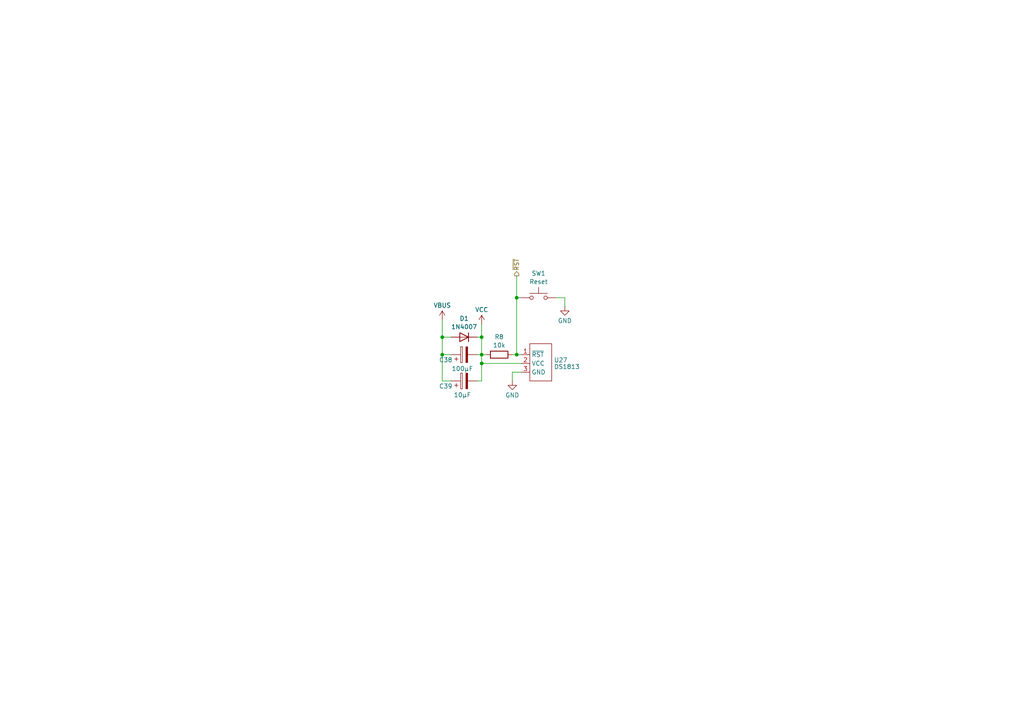
<source format=kicad_sch>
(kicad_sch
	(version 20231120)
	(generator "eeschema")
	(generator_version "8.0")
	(uuid "07ac2621-b141-4284-8c2f-efdbae4683df")
	(paper "A4")
	(lib_symbols
		(symbol "DS1813_1"
			(exclude_from_sim no)
			(in_bom yes)
			(on_board yes)
			(property "Reference" "U"
				(at 3.175 -9.525 0)
				(effects
					(font
						(size 1.27 1.27)
					)
				)
			)
			(property "Value" "DS1813"
				(at 5.715 -9.525 0)
				(effects
					(font
						(size 1.27 1.27)
					)
				)
			)
			(property "Footprint" "Package_TO_SOT_THT:TO-92_Inline"
				(at 5.715 -9.525 0)
				(effects
					(font
						(size 1.27 1.27)
					)
					(hide yes)
				)
			)
			(property "Datasheet" ""
				(at 5.715 -9.525 0)
				(effects
					(font
						(size 1.27 1.27)
					)
					(hide yes)
				)
			)
			(property "Description" ""
				(at 0 0 0)
				(effects
					(font
						(size 1.27 1.27)
					)
					(hide yes)
				)
			)
			(symbol "DS1813_1_0_1"
				(polyline
					(pts
						(xy 2.54 -7.62) (xy 2.54 3.175) (xy 8.89 3.175) (xy 8.89 -7.62) (xy 2.54 -7.62)
					)
					(stroke
						(width 0)
						(type default)
					)
					(fill
						(type none)
					)
				)
			)
			(symbol "DS1813_1_1_1"
				(pin output line
					(at 0 0 0)
					(length 2.54)
					(name "~{RST}"
						(effects
							(font
								(size 1.27 1.27)
							)
						)
					)
					(number "1"
						(effects
							(font
								(size 1.27 1.27)
							)
						)
					)
				)
				(pin power_in line
					(at 0 -2.54 0)
					(length 2.54)
					(name "VCC"
						(effects
							(font
								(size 1.27 1.27)
							)
						)
					)
					(number "2"
						(effects
							(font
								(size 1.27 1.27)
							)
						)
					)
				)
				(pin power_in line
					(at 0 -5.08 0)
					(length 2.54)
					(name "GND"
						(effects
							(font
								(size 1.27 1.27)
							)
						)
					)
					(number "3"
						(effects
							(font
								(size 1.27 1.27)
							)
						)
					)
				)
			)
		)
		(symbol "Device:C_Polarized"
			(pin_numbers hide)
			(pin_names
				(offset 0.254)
			)
			(exclude_from_sim no)
			(in_bom yes)
			(on_board yes)
			(property "Reference" "C"
				(at 0.635 2.54 0)
				(effects
					(font
						(size 1.27 1.27)
					)
					(justify left)
				)
			)
			(property "Value" "C_Polarized"
				(at 0.635 -2.54 0)
				(effects
					(font
						(size 1.27 1.27)
					)
					(justify left)
				)
			)
			(property "Footprint" ""
				(at 0.9652 -3.81 0)
				(effects
					(font
						(size 1.27 1.27)
					)
					(hide yes)
				)
			)
			(property "Datasheet" "~"
				(at 0 0 0)
				(effects
					(font
						(size 1.27 1.27)
					)
					(hide yes)
				)
			)
			(property "Description" "Polarized capacitor"
				(at 0 0 0)
				(effects
					(font
						(size 1.27 1.27)
					)
					(hide yes)
				)
			)
			(property "ki_keywords" "cap capacitor"
				(at 0 0 0)
				(effects
					(font
						(size 1.27 1.27)
					)
					(hide yes)
				)
			)
			(property "ki_fp_filters" "CP_*"
				(at 0 0 0)
				(effects
					(font
						(size 1.27 1.27)
					)
					(hide yes)
				)
			)
			(symbol "C_Polarized_0_1"
				(rectangle
					(start -2.286 0.508)
					(end 2.286 1.016)
					(stroke
						(width 0)
						(type default)
					)
					(fill
						(type none)
					)
				)
				(polyline
					(pts
						(xy -1.778 2.286) (xy -0.762 2.286)
					)
					(stroke
						(width 0)
						(type default)
					)
					(fill
						(type none)
					)
				)
				(polyline
					(pts
						(xy -1.27 2.794) (xy -1.27 1.778)
					)
					(stroke
						(width 0)
						(type default)
					)
					(fill
						(type none)
					)
				)
				(rectangle
					(start 2.286 -0.508)
					(end -2.286 -1.016)
					(stroke
						(width 0)
						(type default)
					)
					(fill
						(type outline)
					)
				)
			)
			(symbol "C_Polarized_1_1"
				(pin passive line
					(at 0 3.81 270)
					(length 2.794)
					(name "~"
						(effects
							(font
								(size 1.27 1.27)
							)
						)
					)
					(number "1"
						(effects
							(font
								(size 1.27 1.27)
							)
						)
					)
				)
				(pin passive line
					(at 0 -3.81 90)
					(length 2.794)
					(name "~"
						(effects
							(font
								(size 1.27 1.27)
							)
						)
					)
					(number "2"
						(effects
							(font
								(size 1.27 1.27)
							)
						)
					)
				)
			)
		)
		(symbol "Device:R"
			(pin_numbers hide)
			(pin_names
				(offset 0)
			)
			(exclude_from_sim no)
			(in_bom yes)
			(on_board yes)
			(property "Reference" "R"
				(at 2.032 0 90)
				(effects
					(font
						(size 1.27 1.27)
					)
				)
			)
			(property "Value" "R"
				(at 0 0 90)
				(effects
					(font
						(size 1.27 1.27)
					)
				)
			)
			(property "Footprint" ""
				(at -1.778 0 90)
				(effects
					(font
						(size 1.27 1.27)
					)
					(hide yes)
				)
			)
			(property "Datasheet" "~"
				(at 0 0 0)
				(effects
					(font
						(size 1.27 1.27)
					)
					(hide yes)
				)
			)
			(property "Description" "Resistor"
				(at 0 0 0)
				(effects
					(font
						(size 1.27 1.27)
					)
					(hide yes)
				)
			)
			(property "ki_keywords" "R res resistor"
				(at 0 0 0)
				(effects
					(font
						(size 1.27 1.27)
					)
					(hide yes)
				)
			)
			(property "ki_fp_filters" "R_*"
				(at 0 0 0)
				(effects
					(font
						(size 1.27 1.27)
					)
					(hide yes)
				)
			)
			(symbol "R_0_1"
				(rectangle
					(start -1.016 -2.54)
					(end 1.016 2.54)
					(stroke
						(width 0.254)
						(type default)
					)
					(fill
						(type none)
					)
				)
			)
			(symbol "R_1_1"
				(pin passive line
					(at 0 3.81 270)
					(length 1.27)
					(name "~"
						(effects
							(font
								(size 1.27 1.27)
							)
						)
					)
					(number "1"
						(effects
							(font
								(size 1.27 1.27)
							)
						)
					)
				)
				(pin passive line
					(at 0 -3.81 90)
					(length 1.27)
					(name "~"
						(effects
							(font
								(size 1.27 1.27)
							)
						)
					)
					(number "2"
						(effects
							(font
								(size 1.27 1.27)
							)
						)
					)
				)
			)
		)
		(symbol "Diode:1N4007"
			(pin_numbers hide)
			(pin_names hide)
			(exclude_from_sim no)
			(in_bom yes)
			(on_board yes)
			(property "Reference" "D"
				(at 0 2.54 0)
				(effects
					(font
						(size 1.27 1.27)
					)
				)
			)
			(property "Value" "1N4007"
				(at 0 -2.54 0)
				(effects
					(font
						(size 1.27 1.27)
					)
				)
			)
			(property "Footprint" "Diode_THT:D_DO-41_SOD81_P10.16mm_Horizontal"
				(at 0 -4.445 0)
				(effects
					(font
						(size 1.27 1.27)
					)
					(hide yes)
				)
			)
			(property "Datasheet" "http://www.vishay.com/docs/88503/1n4001.pdf"
				(at 0 0 0)
				(effects
					(font
						(size 1.27 1.27)
					)
					(hide yes)
				)
			)
			(property "Description" "1000V 1A General Purpose Rectifier Diode, DO-41"
				(at 0 0 0)
				(effects
					(font
						(size 1.27 1.27)
					)
					(hide yes)
				)
			)
			(property "Sim.Device" "D"
				(at 0 0 0)
				(effects
					(font
						(size 1.27 1.27)
					)
					(hide yes)
				)
			)
			(property "Sim.Pins" "1=K 2=A"
				(at 0 0 0)
				(effects
					(font
						(size 1.27 1.27)
					)
					(hide yes)
				)
			)
			(property "ki_keywords" "diode"
				(at 0 0 0)
				(effects
					(font
						(size 1.27 1.27)
					)
					(hide yes)
				)
			)
			(property "ki_fp_filters" "D*DO?41*"
				(at 0 0 0)
				(effects
					(font
						(size 1.27 1.27)
					)
					(hide yes)
				)
			)
			(symbol "1N4007_0_1"
				(polyline
					(pts
						(xy -1.27 1.27) (xy -1.27 -1.27)
					)
					(stroke
						(width 0.254)
						(type default)
					)
					(fill
						(type none)
					)
				)
				(polyline
					(pts
						(xy 1.27 0) (xy -1.27 0)
					)
					(stroke
						(width 0)
						(type default)
					)
					(fill
						(type none)
					)
				)
				(polyline
					(pts
						(xy 1.27 1.27) (xy 1.27 -1.27) (xy -1.27 0) (xy 1.27 1.27)
					)
					(stroke
						(width 0.254)
						(type default)
					)
					(fill
						(type none)
					)
				)
			)
			(symbol "1N4007_1_1"
				(pin passive line
					(at -3.81 0 0)
					(length 2.54)
					(name "K"
						(effects
							(font
								(size 1.27 1.27)
							)
						)
					)
					(number "1"
						(effects
							(font
								(size 1.27 1.27)
							)
						)
					)
				)
				(pin passive line
					(at 3.81 0 180)
					(length 2.54)
					(name "A"
						(effects
							(font
								(size 1.27 1.27)
							)
						)
					)
					(number "2"
						(effects
							(font
								(size 1.27 1.27)
							)
						)
					)
				)
			)
		)
		(symbol "Switch:SW_Push"
			(pin_numbers hide)
			(pin_names
				(offset 1.016) hide)
			(exclude_from_sim no)
			(in_bom yes)
			(on_board yes)
			(property "Reference" "SW"
				(at 1.27 2.54 0)
				(effects
					(font
						(size 1.27 1.27)
					)
					(justify left)
				)
			)
			(property "Value" "SW_Push"
				(at 0 -1.524 0)
				(effects
					(font
						(size 1.27 1.27)
					)
				)
			)
			(property "Footprint" ""
				(at 0 5.08 0)
				(effects
					(font
						(size 1.27 1.27)
					)
					(hide yes)
				)
			)
			(property "Datasheet" "~"
				(at 0 5.08 0)
				(effects
					(font
						(size 1.27 1.27)
					)
					(hide yes)
				)
			)
			(property "Description" "Push button switch, generic, two pins"
				(at 0 0 0)
				(effects
					(font
						(size 1.27 1.27)
					)
					(hide yes)
				)
			)
			(property "ki_keywords" "switch normally-open pushbutton push-button"
				(at 0 0 0)
				(effects
					(font
						(size 1.27 1.27)
					)
					(hide yes)
				)
			)
			(symbol "SW_Push_0_1"
				(circle
					(center -2.032 0)
					(radius 0.508)
					(stroke
						(width 0)
						(type default)
					)
					(fill
						(type none)
					)
				)
				(polyline
					(pts
						(xy 0 1.27) (xy 0 3.048)
					)
					(stroke
						(width 0)
						(type default)
					)
					(fill
						(type none)
					)
				)
				(polyline
					(pts
						(xy 2.54 1.27) (xy -2.54 1.27)
					)
					(stroke
						(width 0)
						(type default)
					)
					(fill
						(type none)
					)
				)
				(circle
					(center 2.032 0)
					(radius 0.508)
					(stroke
						(width 0)
						(type default)
					)
					(fill
						(type none)
					)
				)
				(pin passive line
					(at -5.08 0 0)
					(length 2.54)
					(name "1"
						(effects
							(font
								(size 1.27 1.27)
							)
						)
					)
					(number "1"
						(effects
							(font
								(size 1.27 1.27)
							)
						)
					)
				)
				(pin passive line
					(at 5.08 0 180)
					(length 2.54)
					(name "2"
						(effects
							(font
								(size 1.27 1.27)
							)
						)
					)
					(number "2"
						(effects
							(font
								(size 1.27 1.27)
							)
						)
					)
				)
			)
		)
		(symbol "power:GND"
			(power)
			(pin_numbers hide)
			(pin_names
				(offset 0) hide)
			(exclude_from_sim no)
			(in_bom yes)
			(on_board yes)
			(property "Reference" "#PWR"
				(at 0 -6.35 0)
				(effects
					(font
						(size 1.27 1.27)
					)
					(hide yes)
				)
			)
			(property "Value" "GND"
				(at 0 -3.81 0)
				(effects
					(font
						(size 1.27 1.27)
					)
				)
			)
			(property "Footprint" ""
				(at 0 0 0)
				(effects
					(font
						(size 1.27 1.27)
					)
					(hide yes)
				)
			)
			(property "Datasheet" ""
				(at 0 0 0)
				(effects
					(font
						(size 1.27 1.27)
					)
					(hide yes)
				)
			)
			(property "Description" "Power symbol creates a global label with name \"GND\" , ground"
				(at 0 0 0)
				(effects
					(font
						(size 1.27 1.27)
					)
					(hide yes)
				)
			)
			(property "ki_keywords" "global power"
				(at 0 0 0)
				(effects
					(font
						(size 1.27 1.27)
					)
					(hide yes)
				)
			)
			(symbol "GND_0_1"
				(polyline
					(pts
						(xy 0 0) (xy 0 -1.27) (xy 1.27 -1.27) (xy 0 -2.54) (xy -1.27 -1.27) (xy 0 -1.27)
					)
					(stroke
						(width 0)
						(type default)
					)
					(fill
						(type none)
					)
				)
			)
			(symbol "GND_1_1"
				(pin power_in line
					(at 0 0 270)
					(length 0)
					(name "~"
						(effects
							(font
								(size 1.27 1.27)
							)
						)
					)
					(number "1"
						(effects
							(font
								(size 1.27 1.27)
							)
						)
					)
				)
			)
		)
		(symbol "power:VBUS"
			(power)
			(pin_numbers hide)
			(pin_names
				(offset 0) hide)
			(exclude_from_sim no)
			(in_bom yes)
			(on_board yes)
			(property "Reference" "#PWR"
				(at 0 -3.81 0)
				(effects
					(font
						(size 1.27 1.27)
					)
					(hide yes)
				)
			)
			(property "Value" "VBUS"
				(at 0 3.556 0)
				(effects
					(font
						(size 1.27 1.27)
					)
				)
			)
			(property "Footprint" ""
				(at 0 0 0)
				(effects
					(font
						(size 1.27 1.27)
					)
					(hide yes)
				)
			)
			(property "Datasheet" ""
				(at 0 0 0)
				(effects
					(font
						(size 1.27 1.27)
					)
					(hide yes)
				)
			)
			(property "Description" "Power symbol creates a global label with name \"VBUS\""
				(at 0 0 0)
				(effects
					(font
						(size 1.27 1.27)
					)
					(hide yes)
				)
			)
			(property "ki_keywords" "global power"
				(at 0 0 0)
				(effects
					(font
						(size 1.27 1.27)
					)
					(hide yes)
				)
			)
			(symbol "VBUS_0_1"
				(polyline
					(pts
						(xy -0.762 1.27) (xy 0 2.54)
					)
					(stroke
						(width 0)
						(type default)
					)
					(fill
						(type none)
					)
				)
				(polyline
					(pts
						(xy 0 0) (xy 0 2.54)
					)
					(stroke
						(width 0)
						(type default)
					)
					(fill
						(type none)
					)
				)
				(polyline
					(pts
						(xy 0 2.54) (xy 0.762 1.27)
					)
					(stroke
						(width 0)
						(type default)
					)
					(fill
						(type none)
					)
				)
			)
			(symbol "VBUS_1_1"
				(pin power_in line
					(at 0 0 90)
					(length 0)
					(name "~"
						(effects
							(font
								(size 1.27 1.27)
							)
						)
					)
					(number "1"
						(effects
							(font
								(size 1.27 1.27)
							)
						)
					)
				)
			)
		)
		(symbol "power:VCC"
			(power)
			(pin_numbers hide)
			(pin_names
				(offset 0) hide)
			(exclude_from_sim no)
			(in_bom yes)
			(on_board yes)
			(property "Reference" "#PWR"
				(at 0 -3.81 0)
				(effects
					(font
						(size 1.27 1.27)
					)
					(hide yes)
				)
			)
			(property "Value" "VCC"
				(at 0 3.556 0)
				(effects
					(font
						(size 1.27 1.27)
					)
				)
			)
			(property "Footprint" ""
				(at 0 0 0)
				(effects
					(font
						(size 1.27 1.27)
					)
					(hide yes)
				)
			)
			(property "Datasheet" ""
				(at 0 0 0)
				(effects
					(font
						(size 1.27 1.27)
					)
					(hide yes)
				)
			)
			(property "Description" "Power symbol creates a global label with name \"VCC\""
				(at 0 0 0)
				(effects
					(font
						(size 1.27 1.27)
					)
					(hide yes)
				)
			)
			(property "ki_keywords" "global power"
				(at 0 0 0)
				(effects
					(font
						(size 1.27 1.27)
					)
					(hide yes)
				)
			)
			(symbol "VCC_0_1"
				(polyline
					(pts
						(xy -0.762 1.27) (xy 0 2.54)
					)
					(stroke
						(width 0)
						(type default)
					)
					(fill
						(type none)
					)
				)
				(polyline
					(pts
						(xy 0 0) (xy 0 2.54)
					)
					(stroke
						(width 0)
						(type default)
					)
					(fill
						(type none)
					)
				)
				(polyline
					(pts
						(xy 0 2.54) (xy 0.762 1.27)
					)
					(stroke
						(width 0)
						(type default)
					)
					(fill
						(type none)
					)
				)
			)
			(symbol "VCC_1_1"
				(pin power_in line
					(at 0 0 90)
					(length 0)
					(name "~"
						(effects
							(font
								(size 1.27 1.27)
							)
						)
					)
					(number "1"
						(effects
							(font
								(size 1.27 1.27)
							)
						)
					)
				)
			)
		)
	)
	(junction
		(at 139.7 105.41)
		(diameter 0)
		(color 0 0 0 0)
		(uuid "3afcf709-00c1-4fc9-a86a-089e7680c241")
	)
	(junction
		(at 139.7 102.87)
		(diameter 0)
		(color 0 0 0 0)
		(uuid "41a5f0dc-5de9-4ca9-ad3a-34c8f34ffc6e")
	)
	(junction
		(at 128.27 102.87)
		(diameter 0)
		(color 0 0 0 0)
		(uuid "4cbb8070-1532-49f7-a416-5d13ddf37ad2")
	)
	(junction
		(at 139.7 97.79)
		(diameter 0)
		(color 0 0 0 0)
		(uuid "7200c6d4-8bc9-42ea-970e-f82321932ca0")
	)
	(junction
		(at 149.86 102.87)
		(diameter 0)
		(color 0 0 0 0)
		(uuid "a3ce6eb2-61f7-4da4-857e-a817014181fa")
	)
	(junction
		(at 149.86 86.36)
		(diameter 0)
		(color 0 0 0 0)
		(uuid "e58fef7e-3c6e-4947-b9d5-9369bab61977")
	)
	(junction
		(at 128.27 97.79)
		(diameter 0)
		(color 0 0 0 0)
		(uuid "eab07cc8-0bb7-434d-a37f-fd716610734a")
	)
	(wire
		(pts
			(xy 161.29 86.36) (xy 163.83 86.36)
		)
		(stroke
			(width 0)
			(type default)
		)
		(uuid "1ac5ddd3-050b-446e-bcbf-f8141cb1a178")
	)
	(wire
		(pts
			(xy 151.13 105.41) (xy 139.7 105.41)
		)
		(stroke
			(width 0)
			(type default)
		)
		(uuid "1c050ca8-414e-49a8-9882-4251dfc80c4e")
	)
	(wire
		(pts
			(xy 139.7 110.49) (xy 139.7 105.41)
		)
		(stroke
			(width 0)
			(type default)
		)
		(uuid "2f512743-e158-4790-9e86-82809c8a99f6")
	)
	(wire
		(pts
			(xy 149.86 80.01) (xy 149.86 86.36)
		)
		(stroke
			(width 0)
			(type default)
		)
		(uuid "314d75dc-f01e-4024-97d0-aca60d0e0604")
	)
	(wire
		(pts
			(xy 139.7 105.41) (xy 139.7 102.87)
		)
		(stroke
			(width 0)
			(type default)
		)
		(uuid "56ba41aa-d841-4a14-8e11-b68850ea902a")
	)
	(wire
		(pts
			(xy 130.81 102.87) (xy 128.27 102.87)
		)
		(stroke
			(width 0)
			(type default)
		)
		(uuid "61c78dca-8650-4f6b-b5e4-ac042212de21")
	)
	(wire
		(pts
			(xy 128.27 97.79) (xy 130.81 97.79)
		)
		(stroke
			(width 0)
			(type default)
		)
		(uuid "6414c183-5531-4d19-bf19-d2833bfe2a14")
	)
	(wire
		(pts
			(xy 149.86 86.36) (xy 149.86 102.87)
		)
		(stroke
			(width 0)
			(type default)
		)
		(uuid "680ae196-76de-446e-95c9-67cb783abeeb")
	)
	(wire
		(pts
			(xy 130.81 110.49) (xy 128.27 110.49)
		)
		(stroke
			(width 0)
			(type default)
		)
		(uuid "68c5ff1e-1cbd-4e53-b88b-db1685b6f67f")
	)
	(wire
		(pts
			(xy 148.59 107.95) (xy 148.59 110.49)
		)
		(stroke
			(width 0)
			(type default)
		)
		(uuid "68e21c80-1ee8-4ff8-9287-64bd847e9ed2")
	)
	(wire
		(pts
			(xy 128.27 102.87) (xy 128.27 97.79)
		)
		(stroke
			(width 0)
			(type default)
		)
		(uuid "714376c1-055c-4270-90ba-31b30cf5907e")
	)
	(wire
		(pts
			(xy 128.27 110.49) (xy 128.27 102.87)
		)
		(stroke
			(width 0)
			(type default)
		)
		(uuid "797d5e06-0116-4ad3-80db-79cb6d5c2f6d")
	)
	(wire
		(pts
			(xy 149.86 86.36) (xy 151.13 86.36)
		)
		(stroke
			(width 0)
			(type default)
		)
		(uuid "816699a2-7844-4a87-8a55-358404006b77")
	)
	(wire
		(pts
			(xy 128.27 92.71) (xy 128.27 97.79)
		)
		(stroke
			(width 0)
			(type default)
		)
		(uuid "8bbfc812-9ebc-4356-b1c0-9b991c197eed")
	)
	(wire
		(pts
			(xy 139.7 97.79) (xy 139.7 93.98)
		)
		(stroke
			(width 0)
			(type default)
		)
		(uuid "969486b5-45e6-4976-baa5-62355205fdca")
	)
	(wire
		(pts
			(xy 139.7 102.87) (xy 139.7 97.79)
		)
		(stroke
			(width 0)
			(type default)
		)
		(uuid "abd2cbaa-d1c5-49e5-b23f-523e1992bfd4")
	)
	(wire
		(pts
			(xy 149.86 102.87) (xy 151.13 102.87)
		)
		(stroke
			(width 0)
			(type default)
		)
		(uuid "b2328602-21cb-400c-bcc3-b679592dcd49")
	)
	(wire
		(pts
			(xy 138.43 110.49) (xy 139.7 110.49)
		)
		(stroke
			(width 0)
			(type default)
		)
		(uuid "bce44ceb-0569-4062-a75d-68f32504baba")
	)
	(wire
		(pts
			(xy 139.7 102.87) (xy 140.97 102.87)
		)
		(stroke
			(width 0)
			(type default)
		)
		(uuid "bd8eefe1-f800-4412-810f-d33474811a4c")
	)
	(wire
		(pts
			(xy 163.83 86.36) (xy 163.83 88.9)
		)
		(stroke
			(width 0)
			(type default)
		)
		(uuid "d1de80bf-8388-411c-ba1e-20872ea860d3")
	)
	(wire
		(pts
			(xy 138.43 102.87) (xy 139.7 102.87)
		)
		(stroke
			(width 0)
			(type default)
		)
		(uuid "d96e24e1-80a6-4476-a89e-93c9e9b4cd72")
	)
	(wire
		(pts
			(xy 151.13 107.95) (xy 148.59 107.95)
		)
		(stroke
			(width 0)
			(type default)
		)
		(uuid "dc692435-4f00-4760-8543-1f35ec69d50e")
	)
	(wire
		(pts
			(xy 138.43 97.79) (xy 139.7 97.79)
		)
		(stroke
			(width 0)
			(type default)
		)
		(uuid "f581092f-9833-4d9e-8d59-0c010f4896ac")
	)
	(wire
		(pts
			(xy 148.59 102.87) (xy 149.86 102.87)
		)
		(stroke
			(width 0)
			(type default)
		)
		(uuid "fca6a692-2c2a-42d9-a26a-2268c69c8621")
	)
	(hierarchical_label "~{RST}"
		(shape output)
		(at 149.86 80.01 90)
		(fields_autoplaced yes)
		(effects
			(font
				(size 1.27 1.27)
			)
			(justify left)
		)
		(uuid "186916f7-ac49-47a4-8220-3e487486f322")
	)
	(symbol
		(lib_id "power:VCC")
		(at 139.7 93.98 0)
		(unit 1)
		(exclude_from_sim no)
		(in_bom yes)
		(on_board yes)
		(dnp no)
		(fields_autoplaced yes)
		(uuid "1ce41201-da02-49f4-800e-ae19807f9175")
		(property "Reference" "#PWR0105"
			(at 139.7 97.79 0)
			(effects
				(font
					(size 1.27 1.27)
				)
				(hide yes)
			)
		)
		(property "Value" "VCC"
			(at 139.7 89.8469 0)
			(effects
				(font
					(size 1.27 1.27)
				)
			)
		)
		(property "Footprint" ""
			(at 139.7 93.98 0)
			(effects
				(font
					(size 1.27 1.27)
				)
				(hide yes)
			)
		)
		(property "Datasheet" ""
			(at 139.7 93.98 0)
			(effects
				(font
					(size 1.27 1.27)
				)
				(hide yes)
			)
		)
		(property "Description" "Power symbol creates a global label with name \"VCC\""
			(at 139.7 93.98 0)
			(effects
				(font
					(size 1.27 1.27)
				)
				(hide yes)
			)
		)
		(pin "1"
			(uuid "69dc9201-9289-40a0-95ee-f6c1982f473a")
		)
		(instances
			(project "motherboard"
				(path "/4cf1c087-5c32-4958-ab30-5e92afc4ef4b/2674a088-a7e1-45c5-a464-4e213ad1e901"
					(reference "#PWR0105")
					(unit 1)
				)
			)
		)
	)
	(symbol
		(lib_id "Diode:1N4007")
		(at 134.62 97.79 180)
		(unit 1)
		(exclude_from_sim no)
		(in_bom yes)
		(on_board yes)
		(dnp no)
		(fields_autoplaced yes)
		(uuid "20250c73-c157-45e4-9e0d-8ecf24e9291c")
		(property "Reference" "D1"
			(at 134.62 92.3755 0)
			(effects
				(font
					(size 1.27 1.27)
				)
			)
		)
		(property "Value" "1N4007"
			(at 134.62 94.7998 0)
			(effects
				(font
					(size 1.27 1.27)
				)
			)
		)
		(property "Footprint" "Diode_THT:D_DO-41_SOD81_P10.16mm_Horizontal"
			(at 134.62 93.345 0)
			(effects
				(font
					(size 1.27 1.27)
				)
				(hide yes)
			)
		)
		(property "Datasheet" "http://www.vishay.com/docs/88503/1n4001.pdf"
			(at 134.62 97.79 0)
			(effects
				(font
					(size 1.27 1.27)
				)
				(hide yes)
			)
		)
		(property "Description" "1000V 1A General Purpose Rectifier Diode, DO-41"
			(at 134.62 97.79 0)
			(effects
				(font
					(size 1.27 1.27)
				)
				(hide yes)
			)
		)
		(property "Sim.Device" "D"
			(at 134.62 97.79 0)
			(effects
				(font
					(size 1.27 1.27)
				)
				(hide yes)
			)
		)
		(property "Sim.Pins" "1=K 2=A"
			(at 134.62 97.79 0)
			(effects
				(font
					(size 1.27 1.27)
				)
				(hide yes)
			)
		)
		(pin "1"
			(uuid "f8a96d5f-67c7-4ba2-a55e-b7edb4f05fad")
		)
		(pin "2"
			(uuid "2975a62c-902b-48e0-8cb1-1e0b0dd76887")
		)
		(instances
			(project "motherboard"
				(path "/4cf1c087-5c32-4958-ab30-5e92afc4ef4b/2674a088-a7e1-45c5-a464-4e213ad1e901"
					(reference "D1")
					(unit 1)
				)
			)
		)
	)
	(symbol
		(lib_id "Switch:SW_Push")
		(at 156.21 86.36 0)
		(unit 1)
		(exclude_from_sim no)
		(in_bom yes)
		(on_board yes)
		(dnp no)
		(fields_autoplaced yes)
		(uuid "307ae746-07e3-464e-a203-2a9f689e4f99")
		(property "Reference" "SW1"
			(at 156.21 79.2945 0)
			(effects
				(font
					(size 1.27 1.27)
				)
			)
		)
		(property "Value" "Reset"
			(at 156.21 81.7188 0)
			(effects
				(font
					(size 1.27 1.27)
				)
			)
		)
		(property "Footprint" "Button_Switch_THT:SW_SPST_Omron_B3F-315x_Angled"
			(at 156.21 81.28 0)
			(effects
				(font
					(size 1.27 1.27)
				)
				(hide yes)
			)
		)
		(property "Datasheet" "~"
			(at 156.21 81.28 0)
			(effects
				(font
					(size 1.27 1.27)
				)
				(hide yes)
			)
		)
		(property "Description" "Push button switch, generic, two pins"
			(at 156.21 86.36 0)
			(effects
				(font
					(size 1.27 1.27)
				)
				(hide yes)
			)
		)
		(pin "1"
			(uuid "d5458e77-74c1-4775-b6b8-3b69fecce418")
		)
		(pin "2"
			(uuid "7479545a-3591-4d4e-a9a9-81110352a8e5")
		)
		(instances
			(project "motherboard"
				(path "/4cf1c087-5c32-4958-ab30-5e92afc4ef4b/2674a088-a7e1-45c5-a464-4e213ad1e901"
					(reference "SW1")
					(unit 1)
				)
			)
		)
	)
	(symbol
		(lib_id "power:GND")
		(at 163.83 88.9 0)
		(unit 1)
		(exclude_from_sim no)
		(in_bom yes)
		(on_board yes)
		(dnp no)
		(fields_autoplaced yes)
		(uuid "5e8652be-66fd-4760-a6ad-bead39648fa7")
		(property "Reference" "#PWR0108"
			(at 163.83 95.25 0)
			(effects
				(font
					(size 1.27 1.27)
				)
				(hide yes)
			)
		)
		(property "Value" "GND"
			(at 163.83 93.0331 0)
			(effects
				(font
					(size 1.27 1.27)
				)
			)
		)
		(property "Footprint" ""
			(at 163.83 88.9 0)
			(effects
				(font
					(size 1.27 1.27)
				)
				(hide yes)
			)
		)
		(property "Datasheet" ""
			(at 163.83 88.9 0)
			(effects
				(font
					(size 1.27 1.27)
				)
				(hide yes)
			)
		)
		(property "Description" "Power symbol creates a global label with name \"GND\" , ground"
			(at 163.83 88.9 0)
			(effects
				(font
					(size 1.27 1.27)
				)
				(hide yes)
			)
		)
		(pin "1"
			(uuid "e1634cbb-98c7-42b2-8ec6-23612909bf2f")
		)
		(instances
			(project "motherboard"
				(path "/4cf1c087-5c32-4958-ab30-5e92afc4ef4b/2674a088-a7e1-45c5-a464-4e213ad1e901"
					(reference "#PWR0108")
					(unit 1)
				)
			)
		)
	)
	(symbol
		(lib_id "Device:C_Polarized")
		(at 134.62 102.87 90)
		(unit 1)
		(exclude_from_sim no)
		(in_bom yes)
		(on_board yes)
		(dnp no)
		(uuid "8c34d5cc-f47f-4dbc-8527-6c31b9c771b1")
		(property "Reference" "C38"
			(at 129.286 104.394 90)
			(effects
				(font
					(size 1.27 1.27)
				)
			)
		)
		(property "Value" "100µF"
			(at 134.112 106.934 90)
			(effects
				(font
					(size 1.27 1.27)
				)
			)
		)
		(property "Footprint" "Capacitor_THT:CP_Radial_D6.3mm_P2.50mm"
			(at 138.43 101.9048 0)
			(effects
				(font
					(size 1.27 1.27)
				)
				(hide yes)
			)
		)
		(property "Datasheet" "~"
			(at 134.62 102.87 0)
			(effects
				(font
					(size 1.27 1.27)
				)
				(hide yes)
			)
		)
		(property "Description" "Polarized capacitor"
			(at 134.62 102.87 0)
			(effects
				(font
					(size 1.27 1.27)
				)
				(hide yes)
			)
		)
		(pin "2"
			(uuid "ebdbd38a-ff8d-40d1-800a-124fb295e3a0")
		)
		(pin "1"
			(uuid "88b87455-54d8-473a-87d7-4849af6de069")
		)
		(instances
			(project "motherboard"
				(path "/4cf1c087-5c32-4958-ab30-5e92afc4ef4b/2674a088-a7e1-45c5-a464-4e213ad1e901"
					(reference "C38")
					(unit 1)
				)
			)
		)
	)
	(symbol
		(lib_name "DS1813_1")
		(lib_id "motherboard:DS1813")
		(at 151.13 102.87 0)
		(unit 1)
		(exclude_from_sim no)
		(in_bom yes)
		(on_board yes)
		(dnp no)
		(fields_autoplaced yes)
		(uuid "9766bfcc-ad77-486c-87d8-d074e139cc63")
		(property "Reference" "U27"
			(at 160.655 104.4488 0)
			(effects
				(font
					(size 1.27 1.27)
				)
				(justify left)
			)
		)
		(property "Value" "DS1813"
			(at 160.655 106.3698 0)
			(effects
				(font
					(size 1.27 1.27)
				)
				(justify left)
			)
		)
		(property "Footprint" "Package_TO_SOT_THT:TO-92_Inline"
			(at 156.845 112.395 0)
			(effects
				(font
					(size 1.27 1.27)
				)
				(hide yes)
			)
		)
		(property "Datasheet" ""
			(at 156.845 112.395 0)
			(effects
				(font
					(size 1.27 1.27)
				)
				(hide yes)
			)
		)
		(property "Description" ""
			(at 151.13 102.87 0)
			(effects
				(font
					(size 1.27 1.27)
				)
				(hide yes)
			)
		)
		(pin "1"
			(uuid "a70adf43-1ce8-425f-9f2f-4475a313128c")
		)
		(pin "2"
			(uuid "e6759795-0baa-4415-966a-8c5b7525bd3c")
		)
		(pin "3"
			(uuid "e2512277-87b4-4501-ac40-aba812350fc0")
		)
		(instances
			(project "motherboard"
				(path "/4cf1c087-5c32-4958-ab30-5e92afc4ef4b/2674a088-a7e1-45c5-a464-4e213ad1e901"
					(reference "U27")
					(unit 1)
				)
			)
		)
	)
	(symbol
		(lib_id "power:GND")
		(at 148.59 110.49 0)
		(unit 1)
		(exclude_from_sim no)
		(in_bom yes)
		(on_board yes)
		(dnp no)
		(fields_autoplaced yes)
		(uuid "99c0da0d-ea5a-4e61-8364-755594b41e0b")
		(property "Reference" "#PWR0104"
			(at 148.59 116.84 0)
			(effects
				(font
					(size 1.27 1.27)
				)
				(hide yes)
			)
		)
		(property "Value" "GND"
			(at 148.59 114.6231 0)
			(effects
				(font
					(size 1.27 1.27)
				)
			)
		)
		(property "Footprint" ""
			(at 148.59 110.49 0)
			(effects
				(font
					(size 1.27 1.27)
				)
				(hide yes)
			)
		)
		(property "Datasheet" ""
			(at 148.59 110.49 0)
			(effects
				(font
					(size 1.27 1.27)
				)
				(hide yes)
			)
		)
		(property "Description" "Power symbol creates a global label with name \"GND\" , ground"
			(at 148.59 110.49 0)
			(effects
				(font
					(size 1.27 1.27)
				)
				(hide yes)
			)
		)
		(pin "1"
			(uuid "a76a07b2-14a2-449a-8c3d-f7a5ce1cb188")
		)
		(instances
			(project "motherboard"
				(path "/4cf1c087-5c32-4958-ab30-5e92afc4ef4b/2674a088-a7e1-45c5-a464-4e213ad1e901"
					(reference "#PWR0104")
					(unit 1)
				)
			)
		)
	)
	(symbol
		(lib_id "Device:C_Polarized")
		(at 134.62 110.49 90)
		(unit 1)
		(exclude_from_sim no)
		(in_bom yes)
		(on_board yes)
		(dnp no)
		(uuid "cd4c8f13-9929-42e8-8302-b2287d357f23")
		(property "Reference" "C39"
			(at 129.286 112.014 90)
			(effects
				(font
					(size 1.27 1.27)
				)
			)
		)
		(property "Value" "10µF"
			(at 134.112 114.554 90)
			(effects
				(font
					(size 1.27 1.27)
				)
			)
		)
		(property "Footprint" "Capacitor_THT:CP_Radial_D4.0mm_P2.00mm"
			(at 138.43 109.5248 0)
			(effects
				(font
					(size 1.27 1.27)
				)
				(hide yes)
			)
		)
		(property "Datasheet" "~"
			(at 134.62 110.49 0)
			(effects
				(font
					(size 1.27 1.27)
				)
				(hide yes)
			)
		)
		(property "Description" "Polarized capacitor"
			(at 134.62 110.49 0)
			(effects
				(font
					(size 1.27 1.27)
				)
				(hide yes)
			)
		)
		(pin "2"
			(uuid "1da26095-ed3f-4f4c-a9e5-3e9cc07d1679")
		)
		(pin "1"
			(uuid "3c61ba7e-b260-4c5d-85aa-60d726adc988")
		)
		(instances
			(project "motherboard"
				(path "/4cf1c087-5c32-4958-ab30-5e92afc4ef4b/2674a088-a7e1-45c5-a464-4e213ad1e901"
					(reference "C39")
					(unit 1)
				)
			)
		)
	)
	(symbol
		(lib_id "Device:R")
		(at 144.78 102.87 90)
		(unit 1)
		(exclude_from_sim no)
		(in_bom yes)
		(on_board yes)
		(dnp no)
		(fields_autoplaced yes)
		(uuid "d6b8fb17-7732-4af7-8dc9-4d413c509c55")
		(property "Reference" "R8"
			(at 144.78 97.7095 90)
			(effects
				(font
					(size 1.27 1.27)
				)
			)
		)
		(property "Value" "10k"
			(at 144.78 100.1338 90)
			(effects
				(font
					(size 1.27 1.27)
				)
			)
		)
		(property "Footprint" "Resistor_THT:R_Axial_DIN0204_L3.6mm_D1.6mm_P7.62mm_Horizontal"
			(at 144.78 104.648 90)
			(effects
				(font
					(size 1.27 1.27)
				)
				(hide yes)
			)
		)
		(property "Datasheet" "~"
			(at 144.78 102.87 0)
			(effects
				(font
					(size 1.27 1.27)
				)
				(hide yes)
			)
		)
		(property "Description" "Resistor"
			(at 144.78 102.87 0)
			(effects
				(font
					(size 1.27 1.27)
				)
				(hide yes)
			)
		)
		(pin "1"
			(uuid "f4512d00-ef37-4ea8-9da2-90fce3c8583e")
		)
		(pin "2"
			(uuid "58f6dbc5-e43d-4785-89a6-319c0d0bc36f")
		)
		(instances
			(project "motherboard"
				(path "/4cf1c087-5c32-4958-ab30-5e92afc4ef4b/2674a088-a7e1-45c5-a464-4e213ad1e901"
					(reference "R8")
					(unit 1)
				)
			)
		)
	)
	(symbol
		(lib_id "power:VBUS")
		(at 128.27 92.71 0)
		(unit 1)
		(exclude_from_sim no)
		(in_bom yes)
		(on_board yes)
		(dnp no)
		(fields_autoplaced yes)
		(uuid "e082cadf-3de8-4022-94b3-f61da441348a")
		(property "Reference" "#PWR0106"
			(at 128.27 96.52 0)
			(effects
				(font
					(size 1.27 1.27)
				)
				(hide yes)
			)
		)
		(property "Value" "VBUS"
			(at 128.27 88.5769 0)
			(effects
				(font
					(size 1.27 1.27)
				)
			)
		)
		(property "Footprint" ""
			(at 128.27 92.71 0)
			(effects
				(font
					(size 1.27 1.27)
				)
				(hide yes)
			)
		)
		(property "Datasheet" ""
			(at 128.27 92.71 0)
			(effects
				(font
					(size 1.27 1.27)
				)
				(hide yes)
			)
		)
		(property "Description" "Power symbol creates a global label with name \"VBUS\""
			(at 128.27 92.71 0)
			(effects
				(font
					(size 1.27 1.27)
				)
				(hide yes)
			)
		)
		(pin "1"
			(uuid "4c74542e-82b2-453d-bb26-9ad3f7a93b82")
		)
		(instances
			(project "motherboard"
				(path "/4cf1c087-5c32-4958-ab30-5e92afc4ef4b/2674a088-a7e1-45c5-a464-4e213ad1e901"
					(reference "#PWR0106")
					(unit 1)
				)
			)
		)
	)
)
</source>
